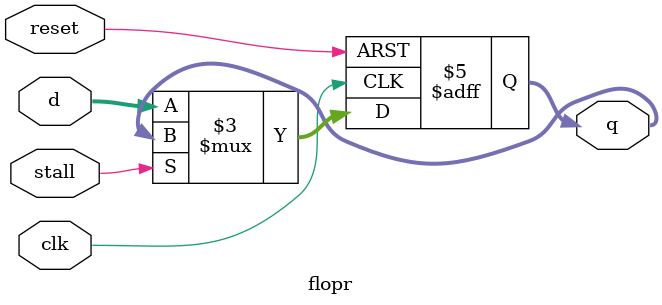
<source format=sv>
`timescale 1ns / 1ps

module flopr #(
    parameter WIDTH = 8
) (
    input logic clk,
    reset,
    input logic [WIDTH-1:0] d,
    input logic stall,
    output logic [WIDTH-1:0] q
);

  always_ff @(posedge clk, posedge reset) begin
    if (reset) q <= 0;
    else if (!stall) q <= d;
  end

endmodule

</source>
